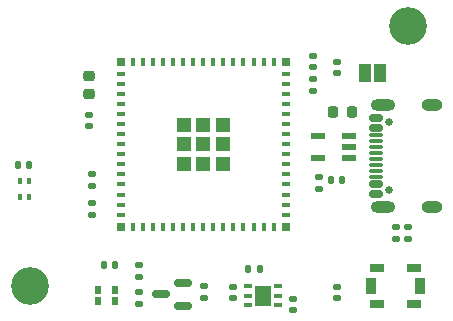
<source format=gbr>
%TF.GenerationSoftware,KiCad,Pcbnew,8.0.7*%
%TF.CreationDate,2025-10-25T23:35:46+02:00*%
%TF.ProjectId,VOCaware,564f4361-7761-4726-952e-6b696361645f,v1.0*%
%TF.SameCoordinates,Original*%
%TF.FileFunction,Soldermask,Top*%
%TF.FilePolarity,Negative*%
%FSLAX46Y46*%
G04 Gerber Fmt 4.6, Leading zero omitted, Abs format (unit mm)*
G04 Created by KiCad (PCBNEW 8.0.7) date 2025-10-25 23:35:46*
%MOMM*%
%LPD*%
G01*
G04 APERTURE LIST*
G04 Aperture macros list*
%AMRoundRect*
0 Rectangle with rounded corners*
0 $1 Rounding radius*
0 $2 $3 $4 $5 $6 $7 $8 $9 X,Y pos of 4 corners*
0 Add a 4 corners polygon primitive as box body*
4,1,4,$2,$3,$4,$5,$6,$7,$8,$9,$2,$3,0*
0 Add four circle primitives for the rounded corners*
1,1,$1+$1,$2,$3*
1,1,$1+$1,$4,$5*
1,1,$1+$1,$6,$7*
1,1,$1+$1,$8,$9*
0 Add four rect primitives between the rounded corners*
20,1,$1+$1,$2,$3,$4,$5,0*
20,1,$1+$1,$4,$5,$6,$7,0*
20,1,$1+$1,$6,$7,$8,$9,0*
20,1,$1+$1,$8,$9,$2,$3,0*%
G04 Aperture macros list end*
%ADD10RoundRect,0.140000X-0.170000X0.140000X-0.170000X-0.140000X0.170000X-0.140000X0.170000X0.140000X0*%
%ADD11RoundRect,0.140000X0.140000X0.170000X-0.140000X0.170000X-0.140000X-0.170000X0.140000X-0.170000X0*%
%ADD12R,1.000000X1.500000*%
%ADD13RoundRect,0.135000X0.185000X-0.135000X0.185000X0.135000X-0.185000X0.135000X-0.185000X-0.135000X0*%
%ADD14RoundRect,0.140000X-0.140000X-0.170000X0.140000X-0.170000X0.140000X0.170000X-0.140000X0.170000X0*%
%ADD15RoundRect,0.135000X0.135000X0.185000X-0.135000X0.185000X-0.135000X-0.185000X0.135000X-0.185000X0*%
%ADD16RoundRect,0.150000X0.587500X0.150000X-0.587500X0.150000X-0.587500X-0.150000X0.587500X-0.150000X0*%
%ADD17R,0.750000X0.450000*%
%ADD18R,1.350000X1.740000*%
%ADD19RoundRect,0.225000X0.250000X-0.225000X0.250000X0.225000X-0.250000X0.225000X-0.250000X-0.225000X0*%
%ADD20RoundRect,0.135000X-0.185000X0.135000X-0.185000X-0.135000X0.185000X-0.135000X0.185000X0.135000X0*%
%ADD21C,3.200000*%
%ADD22C,0.650000*%
%ADD23RoundRect,0.150000X0.425000X-0.150000X0.425000X0.150000X-0.425000X0.150000X-0.425000X-0.150000X0*%
%ADD24RoundRect,0.075000X0.500000X-0.075000X0.500000X0.075000X-0.500000X0.075000X-0.500000X-0.075000X0*%
%ADD25O,2.100000X1.000000*%
%ADD26O,1.800000X1.000000*%
%ADD27R,1.150000X0.600000*%
%ADD28R,0.950000X1.400000*%
%ADD29R,1.150000X0.750000*%
%ADD30RoundRect,0.140000X0.170000X-0.140000X0.170000X0.140000X-0.170000X0.140000X-0.170000X-0.140000X0*%
%ADD31R,0.800000X0.400000*%
%ADD32R,0.400000X0.800000*%
%ADD33R,1.200000X1.200000*%
%ADD34R,0.800000X0.800000*%
%ADD35R,0.600000X0.700000*%
%ADD36RoundRect,0.218750X-0.218750X-0.256250X0.218750X-0.256250X0.218750X0.256250X-0.218750X0.256250X0*%
%ADD37R,0.300000X0.500000*%
G04 APERTURE END LIST*
D10*
%TO.C,C6*%
X121230000Y-72270000D03*
X121230000Y-73230000D03*
%TD*%
D11*
%TO.C,C10*%
X95210000Y-61980000D03*
X94250000Y-61980000D03*
%TD*%
D12*
%TO.C,SW1*%
X124880000Y-54230000D03*
X123580000Y-54230000D03*
%TD*%
D13*
%TO.C,R1*%
X126230000Y-68230000D03*
X126230000Y-67210000D03*
%TD*%
%TO.C,R7*%
X119230000Y-55740000D03*
X119230000Y-54720000D03*
%TD*%
D14*
%TO.C,C4*%
X120750000Y-63230000D03*
X121710000Y-63230000D03*
%TD*%
D13*
%TO.C,R3*%
X100480000Y-66240000D03*
X100480000Y-65220000D03*
%TD*%
D15*
%TO.C,R8*%
X114740000Y-70780000D03*
X113720000Y-70780000D03*
%TD*%
D10*
%TO.C,C9*%
X117480000Y-73300000D03*
X117480000Y-74260000D03*
%TD*%
D13*
%TO.C,R9*%
X104480000Y-71490000D03*
X104480000Y-70470000D03*
%TD*%
D16*
%TO.C,Q1*%
X108230000Y-73880000D03*
X108230000Y-71980000D03*
X106355000Y-72930000D03*
%TD*%
D17*
%TO.C,IC3*%
X113730000Y-72230000D03*
X113730000Y-73030000D03*
X113730000Y-73830000D03*
X116230000Y-73830000D03*
X116230000Y-73030000D03*
X116230000Y-72230000D03*
D18*
X114980000Y-73030000D03*
%TD*%
D13*
%TO.C,R2*%
X127230000Y-68230000D03*
X127230000Y-67210000D03*
%TD*%
D10*
%TO.C,C5*%
X119730000Y-63020000D03*
X119730000Y-63980000D03*
%TD*%
D19*
%TO.C,C1*%
X100230000Y-56005000D03*
X100230000Y-54455000D03*
%TD*%
D20*
%TO.C,R5*%
X100480000Y-62720000D03*
X100480000Y-63740000D03*
%TD*%
D21*
%TO.C,H2*%
X127230000Y-50230000D03*
%TD*%
D20*
%TO.C,R11*%
X104480000Y-72720000D03*
X104480000Y-73740000D03*
%TD*%
D10*
%TO.C,C8*%
X112480000Y-72300000D03*
X112480000Y-73260000D03*
%TD*%
D22*
%TO.C,J1*%
X125625000Y-64120000D03*
X125625000Y-58340000D03*
D23*
X124550000Y-64430000D03*
X124550000Y-63630000D03*
D24*
X124550000Y-62480000D03*
X124550000Y-61480000D03*
X124550000Y-60980000D03*
X124550000Y-59980000D03*
D23*
X124550000Y-58830000D03*
X124550000Y-58030000D03*
X124550000Y-58030000D03*
X124550000Y-58830000D03*
D24*
X124550000Y-59480000D03*
X124550000Y-60480000D03*
X124550000Y-61980000D03*
X124550000Y-62980000D03*
D23*
X124550000Y-63630000D03*
X124550000Y-64430000D03*
D25*
X125125000Y-65550000D03*
D26*
X129305000Y-65550000D03*
D25*
X125125000Y-56910000D03*
D26*
X129305000Y-56910000D03*
%TD*%
D27*
%TO.C,IC2*%
X122280000Y-61430000D03*
X122280000Y-60480000D03*
X122280000Y-59530000D03*
X119680000Y-59530000D03*
X119680000Y-61430000D03*
%TD*%
D28*
%TO.C,RST   .*%
X128305000Y-72230000D03*
X124155000Y-72230000D03*
D29*
X127805000Y-70705000D03*
X124655000Y-70705000D03*
X124655000Y-73755000D03*
X127805000Y-73755000D03*
%TD*%
D10*
%TO.C,C2*%
X100230000Y-57750000D03*
X100230000Y-58710000D03*
%TD*%
D13*
%TO.C,R10*%
X109980000Y-73240000D03*
X109980000Y-72220000D03*
%TD*%
D30*
%TO.C,C3*%
X119230000Y-53710000D03*
X119230000Y-52750000D03*
%TD*%
%TO.C,C7*%
X121230000Y-54230000D03*
X121230000Y-53270000D03*
%TD*%
D31*
%TO.C,IC1*%
X102930000Y-54280000D03*
X102930000Y-55130000D03*
X102930000Y-55980000D03*
X102930000Y-56830000D03*
X102930000Y-57680000D03*
X102930000Y-58530000D03*
X102930000Y-59380000D03*
X102930000Y-60230000D03*
X102930000Y-61080000D03*
X102930000Y-61930000D03*
X102930000Y-62780000D03*
X102930000Y-63630000D03*
X102930000Y-64480000D03*
X102930000Y-65330000D03*
X102930000Y-66180000D03*
D32*
X103980000Y-67230000D03*
X104830000Y-67230000D03*
X105680000Y-67230000D03*
X106530000Y-67230000D03*
X107380000Y-67230000D03*
X108230000Y-67230000D03*
X109080000Y-67230000D03*
X109930000Y-67230000D03*
X110780000Y-67230000D03*
X111630000Y-67230000D03*
X112480000Y-67230000D03*
X113330000Y-67230000D03*
X114180000Y-67230000D03*
X115030000Y-67230000D03*
X115880000Y-67230000D03*
D31*
X116930000Y-66180000D03*
X116930000Y-65330000D03*
X116930000Y-64480000D03*
X116930000Y-63630000D03*
X116930000Y-62780000D03*
X116930000Y-61930000D03*
X116930000Y-61080000D03*
X116930000Y-60230000D03*
X116930000Y-59380000D03*
X116930000Y-58530000D03*
X116930000Y-57680000D03*
X116930000Y-56830000D03*
X116930000Y-55980000D03*
X116930000Y-55130000D03*
X116930000Y-54280000D03*
D32*
X115880000Y-53230000D03*
X115030000Y-53230000D03*
X114180000Y-53230000D03*
X113330000Y-53230000D03*
X112480000Y-53230000D03*
X111630000Y-53230000D03*
X110780000Y-53230000D03*
X109930000Y-53230000D03*
X109080000Y-53230000D03*
X108230000Y-53230000D03*
X107380000Y-53230000D03*
X106530000Y-53230000D03*
X105680000Y-53230000D03*
X104830000Y-53230000D03*
X103980000Y-53230000D03*
D33*
X109930000Y-60230000D03*
D34*
X102930000Y-53230000D03*
X102930000Y-67230000D03*
X116930000Y-67230000D03*
X116930000Y-53230000D03*
D33*
X108280000Y-58580000D03*
X108280000Y-60230000D03*
X108280000Y-61880000D03*
X109930000Y-61880000D03*
X111580000Y-61880000D03*
X111580000Y-60230000D03*
X111580000Y-58580000D03*
X109930000Y-58580000D03*
%TD*%
D35*
%TO.C,LED1*%
X102480000Y-72580000D03*
X100980000Y-72580000D03*
X100980000Y-73480000D03*
X102480000Y-73480000D03*
%TD*%
D11*
%TO.C,C11*%
X102440000Y-70480000D03*
X101480000Y-70480000D03*
%TD*%
D21*
%TO.C,H1*%
X95230000Y-72230000D03*
%TD*%
D36*
%TO.C,F1*%
X120905000Y-57480000D03*
X122480000Y-57480000D03*
%TD*%
D37*
%TO.C,U1*%
X94380000Y-64730000D03*
X95180000Y-64730000D03*
X95180000Y-63330000D03*
X94380000Y-63330000D03*
%TD*%
M02*

</source>
